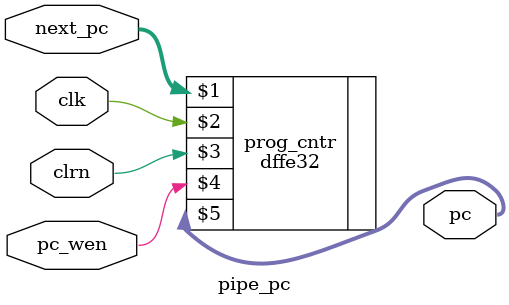
<source format=v>
`timescale 1ns / 1ps


module pipe_pc #(parameter WIDTH=32)(
    input clk,
    input clrn,
    input pc_wen,
    input [WIDTH-1:0] next_pc,
    output [WIDTH-1:0] pc);

    dffe32 prog_cntr(next_pc,clk,clrn,pc_wen,pc);
endmodule
</source>
